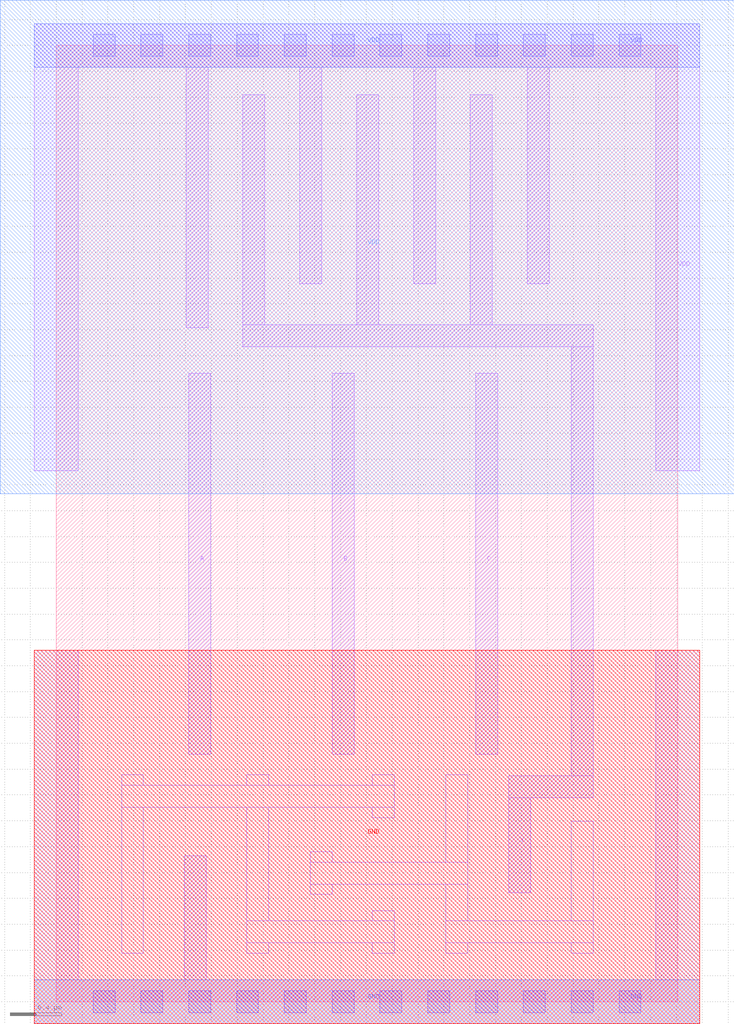
<source format=lef>
VERSION 5.7 ;
  NOWIREEXTENSIONATPIN ON ;
  DIVIDERCHAR "/" ;
  BUSBITCHARS "[]" ;
MACRO NAND3X1
  CLASS CORE ;
  FOREIGN NAND3X1 ;
  ORIGIN 0.000 0.000 ;
  SIZE 4.810 BY 7.400 ;
  SYMMETRY X Y R90 ;
  SITE unitrh ;
  PIN Y
    DIRECTION OUTPUT ;
    USE SIGNAL ;
    ANTENNADIFFAREA 1.931900 ;
    PORT
      LAYER li1 ;
        RECT 1.445 5.240 1.615 7.020 ;
        RECT 2.325 5.240 2.495 7.020 ;
        RECT 3.205 5.240 3.375 7.020 ;
        RECT 1.445 5.070 4.155 5.240 ;
        RECT 3.985 1.750 4.155 5.070 ;
        RECT 3.500 1.580 4.155 1.750 ;
        RECT 3.500 0.845 3.670 1.580 ;
    END
  END Y
  PIN A
    DIRECTION INPUT ;
    USE SIGNAL ;
    ANTENNAGATEAREA 1.033250 ;
    PORT
      LAYER li1 ;
        RECT 1.025 1.915 1.195 4.865 ;
    END
  END A
  PIN B
    DIRECTION INPUT ;
    USE SIGNAL ;
    ANTENNAGATEAREA 1.014850 ;
    PORT
      LAYER li1 ;
        RECT 2.135 1.915 2.305 4.865 ;
    END
  END B
  PIN C
    DIRECTION INPUT ;
    USE SIGNAL ;
    ANTENNAGATEAREA 1.027250 ;
    PORT
      LAYER li1 ;
        RECT 3.245 1.915 3.415 4.865 ;
    END
  END C
  PIN VDD
    DIRECTION INOUT ;
    USE POWER ;
    SHAPE ABUTMENT ;
    PORT
      LAYER nwell ;
        RECT -0.435 3.930 5.245 7.750 ;
      LAYER li1 ;
        RECT -0.170 7.230 4.980 7.570 ;
        RECT -0.170 4.110 0.170 7.230 ;
        RECT 1.005 5.215 1.175 7.230 ;
        RECT 1.885 5.555 2.055 7.230 ;
        RECT 2.765 5.555 2.935 7.230 ;
        RECT 3.645 5.555 3.815 7.230 ;
        RECT 4.640 4.110 4.980 7.230 ;
      LAYER mcon ;
        RECT 0.285 7.315 0.455 7.485 ;
        RECT 0.655 7.315 0.825 7.485 ;
        RECT 1.025 7.315 1.195 7.485 ;
        RECT 1.395 7.315 1.565 7.485 ;
        RECT 1.765 7.315 1.935 7.485 ;
        RECT 2.135 7.315 2.305 7.485 ;
        RECT 2.505 7.315 2.675 7.485 ;
        RECT 2.875 7.315 3.045 7.485 ;
        RECT 3.245 7.315 3.415 7.485 ;
        RECT 3.615 7.315 3.785 7.485 ;
        RECT 3.985 7.315 4.155 7.485 ;
        RECT 4.355 7.315 4.525 7.485 ;
      LAYER met1 ;
        RECT -0.170 7.230 4.980 7.570 ;
    END
  END VDD
  PIN GND
    DIRECTION INOUT ;
    USE GROUND ;
    SHAPE ABUTMENT ;
    PORT
      LAYER pwell ;
        RECT -0.170 -0.170 4.980 2.720 ;
      LAYER li1 ;
        RECT -0.170 0.170 0.170 2.720 ;
        RECT 0.990 0.170 1.160 1.130 ;
        RECT 4.640 0.170 4.980 2.720 ;
        RECT -0.170 -0.170 4.980 0.170 ;
      LAYER mcon ;
        RECT 0.285 -0.085 0.455 0.085 ;
        RECT 0.655 -0.085 0.825 0.085 ;
        RECT 1.025 -0.085 1.195 0.085 ;
        RECT 1.395 -0.085 1.565 0.085 ;
        RECT 1.765 -0.085 1.935 0.085 ;
        RECT 2.135 -0.085 2.305 0.085 ;
        RECT 2.505 -0.085 2.675 0.085 ;
        RECT 2.875 -0.085 3.045 0.085 ;
        RECT 3.245 -0.085 3.415 0.085 ;
        RECT 3.615 -0.085 3.785 0.085 ;
        RECT 3.985 -0.085 4.155 0.085 ;
        RECT 4.355 -0.085 4.525 0.085 ;
      LAYER met1 ;
        RECT -0.170 -0.170 4.980 0.170 ;
    END
  END GND
  OBS
      LAYER li1 ;
        RECT 0.505 1.675 0.675 1.755 ;
        RECT 1.475 1.675 1.645 1.755 ;
        RECT 2.445 1.675 2.615 1.755 ;
        RECT 0.505 1.505 2.615 1.675 ;
        RECT 0.505 0.375 0.675 1.505 ;
        RECT 1.475 0.625 1.645 1.505 ;
        RECT 2.445 1.425 2.615 1.505 ;
        RECT 1.965 1.080 2.135 1.160 ;
        RECT 3.015 1.080 3.185 1.755 ;
        RECT 1.965 0.910 3.185 1.080 ;
        RECT 1.965 0.830 2.135 0.910 ;
        RECT 2.445 0.625 2.615 0.705 ;
        RECT 1.475 0.455 2.615 0.625 ;
        RECT 1.475 0.375 1.645 0.455 ;
        RECT 2.445 0.375 2.615 0.455 ;
        RECT 3.015 0.625 3.185 0.910 ;
        RECT 3.985 0.625 4.155 1.395 ;
        RECT 3.015 0.455 4.155 0.625 ;
        RECT 3.015 0.375 3.185 0.455 ;
        RECT 3.985 0.375 4.155 0.455 ;
  END
END NAND3X1
END LIBRARY


</source>
